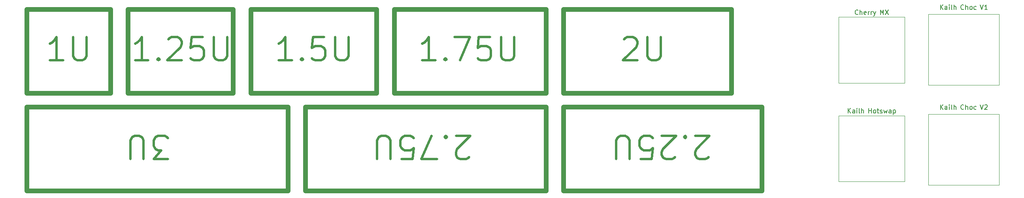
<source format=gto>
%TF.GenerationSoftware,KiCad,Pcbnew,7.0.0-da2b9df05c~171~ubuntu22.04.1*%
%TF.CreationDate,2023-03-08T14:52:38+00:00*%
%TF.ProjectId,keycap-ruler,6b657963-6170-42d7-9275-6c65722e6b69,rev?*%
%TF.SameCoordinates,Original*%
%TF.FileFunction,Legend,Top*%
%TF.FilePolarity,Positive*%
%FSLAX46Y46*%
G04 Gerber Fmt 4.6, Leading zero omitted, Abs format (unit mm)*
G04 Created by KiCad (PCBNEW 7.0.0-da2b9df05c~171~ubuntu22.04.1) date 2023-03-08 14:52:38*
%MOMM*%
%LPD*%
G01*
G04 APERTURE LIST*
%ADD10C,1.000000*%
%ADD11C,0.500000*%
%ADD12C,0.150000*%
%ADD13C,0.120000*%
%ADD14C,1.750000*%
%ADD15C,3.050000*%
%ADD16C,4.000000*%
%ADD17C,1.650000*%
%ADD18C,1.250000*%
%ADD19C,5.050000*%
%ADD20C,1.900000*%
%ADD21C,3.450000*%
%ADD22C,1.550000*%
G04 APERTURE END LIST*
D10*
X104000000Y-84000000D02*
X155500000Y-84000000D01*
X155500000Y-84000000D02*
X155500000Y-102000000D01*
X155500000Y-102000000D02*
X104000000Y-102000000D01*
X104000000Y-102000000D02*
X104000000Y-84000000D01*
X159250000Y-63000000D02*
X195250000Y-63000000D01*
X195250000Y-63000000D02*
X195250000Y-81000000D01*
X195250000Y-81000000D02*
X159250000Y-81000000D01*
X159250000Y-81000000D02*
X159250000Y-63000000D01*
X66000000Y-63000000D02*
X88500000Y-63000000D01*
X88500000Y-63000000D02*
X88500000Y-81000000D01*
X88500000Y-81000000D02*
X66000000Y-81000000D01*
X66000000Y-81000000D02*
X66000000Y-63000000D01*
X44250000Y-63000000D02*
X62250000Y-63000000D01*
X62250000Y-63000000D02*
X62250000Y-81000000D01*
X62250000Y-81000000D02*
X44250000Y-81000000D01*
X44250000Y-81000000D02*
X44250000Y-63000000D01*
X159250000Y-84000000D02*
X201750000Y-84000000D01*
X201750000Y-84000000D02*
X201750000Y-102000000D01*
X201750000Y-102000000D02*
X159250000Y-102000000D01*
X159250000Y-102000000D02*
X159250000Y-84000000D01*
X92250000Y-63000000D02*
X119250000Y-63000000D01*
X119250000Y-63000000D02*
X119250000Y-81000000D01*
X119250000Y-81000000D02*
X92250000Y-81000000D01*
X92250000Y-81000000D02*
X92250000Y-63000000D01*
X44250000Y-84000000D02*
X100250000Y-84000000D01*
X100250000Y-84000000D02*
X100250000Y-102000000D01*
X100250000Y-102000000D02*
X44250000Y-102000000D01*
X44250000Y-102000000D02*
X44250000Y-84000000D01*
X123000000Y-63000000D02*
X155500000Y-63000000D01*
X155500000Y-63000000D02*
X155500000Y-81000000D01*
X155500000Y-81000000D02*
X123000000Y-81000000D01*
X123000000Y-81000000D02*
X123000000Y-63000000D01*
D11*
X101059523Y-73911904D02*
X98202380Y-73911904D01*
X99630952Y-73911904D02*
X99630952Y-68911904D01*
X99630952Y-68911904D02*
X99154761Y-69626190D01*
X99154761Y-69626190D02*
X98678571Y-70102380D01*
X98678571Y-70102380D02*
X98202380Y-70340476D01*
X103202381Y-73435714D02*
X103440476Y-73673809D01*
X103440476Y-73673809D02*
X103202381Y-73911904D01*
X103202381Y-73911904D02*
X102964285Y-73673809D01*
X102964285Y-73673809D02*
X103202381Y-73435714D01*
X103202381Y-73435714D02*
X103202381Y-73911904D01*
X107964285Y-68911904D02*
X105583333Y-68911904D01*
X105583333Y-68911904D02*
X105345237Y-71292857D01*
X105345237Y-71292857D02*
X105583333Y-71054761D01*
X105583333Y-71054761D02*
X106059523Y-70816666D01*
X106059523Y-70816666D02*
X107249999Y-70816666D01*
X107249999Y-70816666D02*
X107726190Y-71054761D01*
X107726190Y-71054761D02*
X107964285Y-71292857D01*
X107964285Y-71292857D02*
X108202380Y-71769047D01*
X108202380Y-71769047D02*
X108202380Y-72959523D01*
X108202380Y-72959523D02*
X107964285Y-73435714D01*
X107964285Y-73435714D02*
X107726190Y-73673809D01*
X107726190Y-73673809D02*
X107249999Y-73911904D01*
X107249999Y-73911904D02*
X106059523Y-73911904D01*
X106059523Y-73911904D02*
X105583333Y-73673809D01*
X105583333Y-73673809D02*
X105345237Y-73435714D01*
X110345238Y-68911904D02*
X110345238Y-72959523D01*
X110345238Y-72959523D02*
X110583333Y-73435714D01*
X110583333Y-73435714D02*
X110821428Y-73673809D01*
X110821428Y-73673809D02*
X111297619Y-73911904D01*
X111297619Y-73911904D02*
X112250000Y-73911904D01*
X112250000Y-73911904D02*
X112726190Y-73673809D01*
X112726190Y-73673809D02*
X112964285Y-73435714D01*
X112964285Y-73435714D02*
X113202381Y-72959523D01*
X113202381Y-72959523D02*
X113202381Y-68911904D01*
X131809523Y-73911904D02*
X128952380Y-73911904D01*
X130380952Y-73911904D02*
X130380952Y-68911904D01*
X130380952Y-68911904D02*
X129904761Y-69626190D01*
X129904761Y-69626190D02*
X129428571Y-70102380D01*
X129428571Y-70102380D02*
X128952380Y-70340476D01*
X133952381Y-73435714D02*
X134190476Y-73673809D01*
X134190476Y-73673809D02*
X133952381Y-73911904D01*
X133952381Y-73911904D02*
X133714285Y-73673809D01*
X133714285Y-73673809D02*
X133952381Y-73435714D01*
X133952381Y-73435714D02*
X133952381Y-73911904D01*
X135857142Y-68911904D02*
X139190476Y-68911904D01*
X139190476Y-68911904D02*
X137047618Y-73911904D01*
X143476190Y-68911904D02*
X141095238Y-68911904D01*
X141095238Y-68911904D02*
X140857142Y-71292857D01*
X140857142Y-71292857D02*
X141095238Y-71054761D01*
X141095238Y-71054761D02*
X141571428Y-70816666D01*
X141571428Y-70816666D02*
X142761904Y-70816666D01*
X142761904Y-70816666D02*
X143238095Y-71054761D01*
X143238095Y-71054761D02*
X143476190Y-71292857D01*
X143476190Y-71292857D02*
X143714285Y-71769047D01*
X143714285Y-71769047D02*
X143714285Y-72959523D01*
X143714285Y-72959523D02*
X143476190Y-73435714D01*
X143476190Y-73435714D02*
X143238095Y-73673809D01*
X143238095Y-73673809D02*
X142761904Y-73911904D01*
X142761904Y-73911904D02*
X141571428Y-73911904D01*
X141571428Y-73911904D02*
X141095238Y-73673809D01*
X141095238Y-73673809D02*
X140857142Y-73435714D01*
X145857143Y-68911904D02*
X145857143Y-72959523D01*
X145857143Y-72959523D02*
X146095238Y-73435714D01*
X146095238Y-73435714D02*
X146333333Y-73673809D01*
X146333333Y-73673809D02*
X146809524Y-73911904D01*
X146809524Y-73911904D02*
X147761905Y-73911904D01*
X147761905Y-73911904D02*
X148238095Y-73673809D01*
X148238095Y-73673809D02*
X148476190Y-73435714D01*
X148476190Y-73435714D02*
X148714286Y-72959523D01*
X148714286Y-72959523D02*
X148714286Y-68911904D01*
X52059523Y-73911904D02*
X49202380Y-73911904D01*
X50630952Y-73911904D02*
X50630952Y-68911904D01*
X50630952Y-68911904D02*
X50154761Y-69626190D01*
X50154761Y-69626190D02*
X49678571Y-70102380D01*
X49678571Y-70102380D02*
X49202380Y-70340476D01*
X54202381Y-68911904D02*
X54202381Y-72959523D01*
X54202381Y-72959523D02*
X54440476Y-73435714D01*
X54440476Y-73435714D02*
X54678571Y-73673809D01*
X54678571Y-73673809D02*
X55154762Y-73911904D01*
X55154762Y-73911904D02*
X56107143Y-73911904D01*
X56107143Y-73911904D02*
X56583333Y-73673809D01*
X56583333Y-73673809D02*
X56821428Y-73435714D01*
X56821428Y-73435714D02*
X57059524Y-72959523D01*
X57059524Y-72959523D02*
X57059524Y-68911904D01*
X172202380Y-69388095D02*
X172440476Y-69150000D01*
X172440476Y-69150000D02*
X172916666Y-68911904D01*
X172916666Y-68911904D02*
X174107142Y-68911904D01*
X174107142Y-68911904D02*
X174583333Y-69150000D01*
X174583333Y-69150000D02*
X174821428Y-69388095D01*
X174821428Y-69388095D02*
X175059523Y-69864285D01*
X175059523Y-69864285D02*
X175059523Y-70340476D01*
X175059523Y-70340476D02*
X174821428Y-71054761D01*
X174821428Y-71054761D02*
X171964285Y-73911904D01*
X171964285Y-73911904D02*
X175059523Y-73911904D01*
X177202381Y-68911904D02*
X177202381Y-72959523D01*
X177202381Y-72959523D02*
X177440476Y-73435714D01*
X177440476Y-73435714D02*
X177678571Y-73673809D01*
X177678571Y-73673809D02*
X178154762Y-73911904D01*
X178154762Y-73911904D02*
X179107143Y-73911904D01*
X179107143Y-73911904D02*
X179583333Y-73673809D01*
X179583333Y-73673809D02*
X179821428Y-73435714D01*
X179821428Y-73435714D02*
X180059524Y-72959523D01*
X180059524Y-72959523D02*
X180059524Y-68911904D01*
X190297619Y-94686904D02*
X190059523Y-94925000D01*
X190059523Y-94925000D02*
X189583333Y-95163095D01*
X189583333Y-95163095D02*
X188392857Y-95163095D01*
X188392857Y-95163095D02*
X187916666Y-94925000D01*
X187916666Y-94925000D02*
X187678571Y-94686904D01*
X187678571Y-94686904D02*
X187440476Y-94210714D01*
X187440476Y-94210714D02*
X187440476Y-93734523D01*
X187440476Y-93734523D02*
X187678571Y-93020238D01*
X187678571Y-93020238D02*
X190535714Y-90163095D01*
X190535714Y-90163095D02*
X187440476Y-90163095D01*
X185297618Y-90639285D02*
X185059523Y-90401190D01*
X185059523Y-90401190D02*
X185297618Y-90163095D01*
X185297618Y-90163095D02*
X185535714Y-90401190D01*
X185535714Y-90401190D02*
X185297618Y-90639285D01*
X185297618Y-90639285D02*
X185297618Y-90163095D01*
X183154762Y-94686904D02*
X182916666Y-94925000D01*
X182916666Y-94925000D02*
X182440476Y-95163095D01*
X182440476Y-95163095D02*
X181250000Y-95163095D01*
X181250000Y-95163095D02*
X180773809Y-94925000D01*
X180773809Y-94925000D02*
X180535714Y-94686904D01*
X180535714Y-94686904D02*
X180297619Y-94210714D01*
X180297619Y-94210714D02*
X180297619Y-93734523D01*
X180297619Y-93734523D02*
X180535714Y-93020238D01*
X180535714Y-93020238D02*
X183392857Y-90163095D01*
X183392857Y-90163095D02*
X180297619Y-90163095D01*
X175773809Y-95163095D02*
X178154761Y-95163095D01*
X178154761Y-95163095D02*
X178392857Y-92782142D01*
X178392857Y-92782142D02*
X178154761Y-93020238D01*
X178154761Y-93020238D02*
X177678571Y-93258333D01*
X177678571Y-93258333D02*
X176488095Y-93258333D01*
X176488095Y-93258333D02*
X176011904Y-93020238D01*
X176011904Y-93020238D02*
X175773809Y-92782142D01*
X175773809Y-92782142D02*
X175535714Y-92305952D01*
X175535714Y-92305952D02*
X175535714Y-91115476D01*
X175535714Y-91115476D02*
X175773809Y-90639285D01*
X175773809Y-90639285D02*
X176011904Y-90401190D01*
X176011904Y-90401190D02*
X176488095Y-90163095D01*
X176488095Y-90163095D02*
X177678571Y-90163095D01*
X177678571Y-90163095D02*
X178154761Y-90401190D01*
X178154761Y-90401190D02*
X178392857Y-90639285D01*
X173392856Y-95163095D02*
X173392856Y-91115476D01*
X173392856Y-91115476D02*
X173154761Y-90639285D01*
X173154761Y-90639285D02*
X172916666Y-90401190D01*
X172916666Y-90401190D02*
X172440475Y-90163095D01*
X172440475Y-90163095D02*
X171488094Y-90163095D01*
X171488094Y-90163095D02*
X171011904Y-90401190D01*
X171011904Y-90401190D02*
X170773809Y-90639285D01*
X170773809Y-90639285D02*
X170535713Y-91115476D01*
X170535713Y-91115476D02*
X170535713Y-95163095D01*
X139047619Y-94686904D02*
X138809523Y-94925000D01*
X138809523Y-94925000D02*
X138333333Y-95163095D01*
X138333333Y-95163095D02*
X137142857Y-95163095D01*
X137142857Y-95163095D02*
X136666666Y-94925000D01*
X136666666Y-94925000D02*
X136428571Y-94686904D01*
X136428571Y-94686904D02*
X136190476Y-94210714D01*
X136190476Y-94210714D02*
X136190476Y-93734523D01*
X136190476Y-93734523D02*
X136428571Y-93020238D01*
X136428571Y-93020238D02*
X139285714Y-90163095D01*
X139285714Y-90163095D02*
X136190476Y-90163095D01*
X134047618Y-90639285D02*
X133809523Y-90401190D01*
X133809523Y-90401190D02*
X134047618Y-90163095D01*
X134047618Y-90163095D02*
X134285714Y-90401190D01*
X134285714Y-90401190D02*
X134047618Y-90639285D01*
X134047618Y-90639285D02*
X134047618Y-90163095D01*
X132142857Y-95163095D02*
X128809523Y-95163095D01*
X128809523Y-95163095D02*
X130952381Y-90163095D01*
X124523809Y-95163095D02*
X126904761Y-95163095D01*
X126904761Y-95163095D02*
X127142857Y-92782142D01*
X127142857Y-92782142D02*
X126904761Y-93020238D01*
X126904761Y-93020238D02*
X126428571Y-93258333D01*
X126428571Y-93258333D02*
X125238095Y-93258333D01*
X125238095Y-93258333D02*
X124761904Y-93020238D01*
X124761904Y-93020238D02*
X124523809Y-92782142D01*
X124523809Y-92782142D02*
X124285714Y-92305952D01*
X124285714Y-92305952D02*
X124285714Y-91115476D01*
X124285714Y-91115476D02*
X124523809Y-90639285D01*
X124523809Y-90639285D02*
X124761904Y-90401190D01*
X124761904Y-90401190D02*
X125238095Y-90163095D01*
X125238095Y-90163095D02*
X126428571Y-90163095D01*
X126428571Y-90163095D02*
X126904761Y-90401190D01*
X126904761Y-90401190D02*
X127142857Y-90639285D01*
X122142856Y-95163095D02*
X122142856Y-91115476D01*
X122142856Y-91115476D02*
X121904761Y-90639285D01*
X121904761Y-90639285D02*
X121666666Y-90401190D01*
X121666666Y-90401190D02*
X121190475Y-90163095D01*
X121190475Y-90163095D02*
X120238094Y-90163095D01*
X120238094Y-90163095D02*
X119761904Y-90401190D01*
X119761904Y-90401190D02*
X119523809Y-90639285D01*
X119523809Y-90639285D02*
X119285713Y-91115476D01*
X119285713Y-91115476D02*
X119285713Y-95163095D01*
X74535714Y-95163095D02*
X71440476Y-95163095D01*
X71440476Y-95163095D02*
X73107142Y-93258333D01*
X73107142Y-93258333D02*
X72392857Y-93258333D01*
X72392857Y-93258333D02*
X71916666Y-93020238D01*
X71916666Y-93020238D02*
X71678571Y-92782142D01*
X71678571Y-92782142D02*
X71440476Y-92305952D01*
X71440476Y-92305952D02*
X71440476Y-91115476D01*
X71440476Y-91115476D02*
X71678571Y-90639285D01*
X71678571Y-90639285D02*
X71916666Y-90401190D01*
X71916666Y-90401190D02*
X72392857Y-90163095D01*
X72392857Y-90163095D02*
X73821428Y-90163095D01*
X73821428Y-90163095D02*
X74297619Y-90401190D01*
X74297619Y-90401190D02*
X74535714Y-90639285D01*
X69297618Y-95163095D02*
X69297618Y-91115476D01*
X69297618Y-91115476D02*
X69059523Y-90639285D01*
X69059523Y-90639285D02*
X68821428Y-90401190D01*
X68821428Y-90401190D02*
X68345237Y-90163095D01*
X68345237Y-90163095D02*
X67392856Y-90163095D01*
X67392856Y-90163095D02*
X66916666Y-90401190D01*
X66916666Y-90401190D02*
X66678571Y-90639285D01*
X66678571Y-90639285D02*
X66440475Y-91115476D01*
X66440475Y-91115476D02*
X66440475Y-95163095D01*
X70309523Y-73911904D02*
X67452380Y-73911904D01*
X68880952Y-73911904D02*
X68880952Y-68911904D01*
X68880952Y-68911904D02*
X68404761Y-69626190D01*
X68404761Y-69626190D02*
X67928571Y-70102380D01*
X67928571Y-70102380D02*
X67452380Y-70340476D01*
X72452381Y-73435714D02*
X72690476Y-73673809D01*
X72690476Y-73673809D02*
X72452381Y-73911904D01*
X72452381Y-73911904D02*
X72214285Y-73673809D01*
X72214285Y-73673809D02*
X72452381Y-73435714D01*
X72452381Y-73435714D02*
X72452381Y-73911904D01*
X74595237Y-69388095D02*
X74833333Y-69150000D01*
X74833333Y-69150000D02*
X75309523Y-68911904D01*
X75309523Y-68911904D02*
X76499999Y-68911904D01*
X76499999Y-68911904D02*
X76976190Y-69150000D01*
X76976190Y-69150000D02*
X77214285Y-69388095D01*
X77214285Y-69388095D02*
X77452380Y-69864285D01*
X77452380Y-69864285D02*
X77452380Y-70340476D01*
X77452380Y-70340476D02*
X77214285Y-71054761D01*
X77214285Y-71054761D02*
X74357142Y-73911904D01*
X74357142Y-73911904D02*
X77452380Y-73911904D01*
X81976190Y-68911904D02*
X79595238Y-68911904D01*
X79595238Y-68911904D02*
X79357142Y-71292857D01*
X79357142Y-71292857D02*
X79595238Y-71054761D01*
X79595238Y-71054761D02*
X80071428Y-70816666D01*
X80071428Y-70816666D02*
X81261904Y-70816666D01*
X81261904Y-70816666D02*
X81738095Y-71054761D01*
X81738095Y-71054761D02*
X81976190Y-71292857D01*
X81976190Y-71292857D02*
X82214285Y-71769047D01*
X82214285Y-71769047D02*
X82214285Y-72959523D01*
X82214285Y-72959523D02*
X81976190Y-73435714D01*
X81976190Y-73435714D02*
X81738095Y-73673809D01*
X81738095Y-73673809D02*
X81261904Y-73911904D01*
X81261904Y-73911904D02*
X80071428Y-73911904D01*
X80071428Y-73911904D02*
X79595238Y-73673809D01*
X79595238Y-73673809D02*
X79357142Y-73435714D01*
X84357143Y-68911904D02*
X84357143Y-72959523D01*
X84357143Y-72959523D02*
X84595238Y-73435714D01*
X84595238Y-73435714D02*
X84833333Y-73673809D01*
X84833333Y-73673809D02*
X85309524Y-73911904D01*
X85309524Y-73911904D02*
X86261905Y-73911904D01*
X86261905Y-73911904D02*
X86738095Y-73673809D01*
X86738095Y-73673809D02*
X86976190Y-73435714D01*
X86976190Y-73435714D02*
X87214286Y-72959523D01*
X87214286Y-72959523D02*
X87214286Y-68911904D01*
D12*
X220196095Y-85247380D02*
X220196095Y-84247380D01*
X220767523Y-85247380D02*
X220338952Y-84675952D01*
X220767523Y-84247380D02*
X220196095Y-84818809D01*
X221624666Y-85247380D02*
X221624666Y-84723571D01*
X221624666Y-84723571D02*
X221577047Y-84628333D01*
X221577047Y-84628333D02*
X221481809Y-84580714D01*
X221481809Y-84580714D02*
X221291333Y-84580714D01*
X221291333Y-84580714D02*
X221196095Y-84628333D01*
X221624666Y-85199761D02*
X221529428Y-85247380D01*
X221529428Y-85247380D02*
X221291333Y-85247380D01*
X221291333Y-85247380D02*
X221196095Y-85199761D01*
X221196095Y-85199761D02*
X221148476Y-85104523D01*
X221148476Y-85104523D02*
X221148476Y-85009285D01*
X221148476Y-85009285D02*
X221196095Y-84914047D01*
X221196095Y-84914047D02*
X221291333Y-84866428D01*
X221291333Y-84866428D02*
X221529428Y-84866428D01*
X221529428Y-84866428D02*
X221624666Y-84818809D01*
X222100857Y-85247380D02*
X222100857Y-84580714D01*
X222100857Y-84247380D02*
X222053238Y-84295000D01*
X222053238Y-84295000D02*
X222100857Y-84342619D01*
X222100857Y-84342619D02*
X222148476Y-84295000D01*
X222148476Y-84295000D02*
X222100857Y-84247380D01*
X222100857Y-84247380D02*
X222100857Y-84342619D01*
X222719904Y-85247380D02*
X222624666Y-85199761D01*
X222624666Y-85199761D02*
X222577047Y-85104523D01*
X222577047Y-85104523D02*
X222577047Y-84247380D01*
X223100857Y-85247380D02*
X223100857Y-84247380D01*
X223529428Y-85247380D02*
X223529428Y-84723571D01*
X223529428Y-84723571D02*
X223481809Y-84628333D01*
X223481809Y-84628333D02*
X223386571Y-84580714D01*
X223386571Y-84580714D02*
X223243714Y-84580714D01*
X223243714Y-84580714D02*
X223148476Y-84628333D01*
X223148476Y-84628333D02*
X223100857Y-84675952D01*
X224605619Y-85247380D02*
X224605619Y-84247380D01*
X224605619Y-84723571D02*
X225177047Y-84723571D01*
X225177047Y-85247380D02*
X225177047Y-84247380D01*
X225796095Y-85247380D02*
X225700857Y-85199761D01*
X225700857Y-85199761D02*
X225653238Y-85152142D01*
X225653238Y-85152142D02*
X225605619Y-85056904D01*
X225605619Y-85056904D02*
X225605619Y-84771190D01*
X225605619Y-84771190D02*
X225653238Y-84675952D01*
X225653238Y-84675952D02*
X225700857Y-84628333D01*
X225700857Y-84628333D02*
X225796095Y-84580714D01*
X225796095Y-84580714D02*
X225938952Y-84580714D01*
X225938952Y-84580714D02*
X226034190Y-84628333D01*
X226034190Y-84628333D02*
X226081809Y-84675952D01*
X226081809Y-84675952D02*
X226129428Y-84771190D01*
X226129428Y-84771190D02*
X226129428Y-85056904D01*
X226129428Y-85056904D02*
X226081809Y-85152142D01*
X226081809Y-85152142D02*
X226034190Y-85199761D01*
X226034190Y-85199761D02*
X225938952Y-85247380D01*
X225938952Y-85247380D02*
X225796095Y-85247380D01*
X226415143Y-84580714D02*
X226796095Y-84580714D01*
X226558000Y-84247380D02*
X226558000Y-85104523D01*
X226558000Y-85104523D02*
X226605619Y-85199761D01*
X226605619Y-85199761D02*
X226700857Y-85247380D01*
X226700857Y-85247380D02*
X226796095Y-85247380D01*
X227081810Y-85199761D02*
X227177048Y-85247380D01*
X227177048Y-85247380D02*
X227367524Y-85247380D01*
X227367524Y-85247380D02*
X227462762Y-85199761D01*
X227462762Y-85199761D02*
X227510381Y-85104523D01*
X227510381Y-85104523D02*
X227510381Y-85056904D01*
X227510381Y-85056904D02*
X227462762Y-84961666D01*
X227462762Y-84961666D02*
X227367524Y-84914047D01*
X227367524Y-84914047D02*
X227224667Y-84914047D01*
X227224667Y-84914047D02*
X227129429Y-84866428D01*
X227129429Y-84866428D02*
X227081810Y-84771190D01*
X227081810Y-84771190D02*
X227081810Y-84723571D01*
X227081810Y-84723571D02*
X227129429Y-84628333D01*
X227129429Y-84628333D02*
X227224667Y-84580714D01*
X227224667Y-84580714D02*
X227367524Y-84580714D01*
X227367524Y-84580714D02*
X227462762Y-84628333D01*
X227843715Y-84580714D02*
X228034191Y-85247380D01*
X228034191Y-85247380D02*
X228224667Y-84771190D01*
X228224667Y-84771190D02*
X228415143Y-85247380D01*
X228415143Y-85247380D02*
X228605619Y-84580714D01*
X229415143Y-85247380D02*
X229415143Y-84723571D01*
X229415143Y-84723571D02*
X229367524Y-84628333D01*
X229367524Y-84628333D02*
X229272286Y-84580714D01*
X229272286Y-84580714D02*
X229081810Y-84580714D01*
X229081810Y-84580714D02*
X228986572Y-84628333D01*
X229415143Y-85199761D02*
X229319905Y-85247380D01*
X229319905Y-85247380D02*
X229081810Y-85247380D01*
X229081810Y-85247380D02*
X228986572Y-85199761D01*
X228986572Y-85199761D02*
X228938953Y-85104523D01*
X228938953Y-85104523D02*
X228938953Y-85009285D01*
X228938953Y-85009285D02*
X228986572Y-84914047D01*
X228986572Y-84914047D02*
X229081810Y-84866428D01*
X229081810Y-84866428D02*
X229319905Y-84866428D01*
X229319905Y-84866428D02*
X229415143Y-84818809D01*
X229891334Y-84580714D02*
X229891334Y-85580714D01*
X229891334Y-84628333D02*
X229986572Y-84580714D01*
X229986572Y-84580714D02*
X230177048Y-84580714D01*
X230177048Y-84580714D02*
X230272286Y-84628333D01*
X230272286Y-84628333D02*
X230319905Y-84675952D01*
X230319905Y-84675952D02*
X230367524Y-84771190D01*
X230367524Y-84771190D02*
X230367524Y-85056904D01*
X230367524Y-85056904D02*
X230319905Y-85152142D01*
X230319905Y-85152142D02*
X230272286Y-85199761D01*
X230272286Y-85199761D02*
X230177048Y-85247380D01*
X230177048Y-85247380D02*
X229986572Y-85247380D01*
X229986572Y-85247380D02*
X229891334Y-85199761D01*
X239995238Y-84467380D02*
X239995238Y-83467380D01*
X240566666Y-84467380D02*
X240138095Y-83895952D01*
X240566666Y-83467380D02*
X239995238Y-84038809D01*
X241423809Y-84467380D02*
X241423809Y-83943571D01*
X241423809Y-83943571D02*
X241376190Y-83848333D01*
X241376190Y-83848333D02*
X241280952Y-83800714D01*
X241280952Y-83800714D02*
X241090476Y-83800714D01*
X241090476Y-83800714D02*
X240995238Y-83848333D01*
X241423809Y-84419761D02*
X241328571Y-84467380D01*
X241328571Y-84467380D02*
X241090476Y-84467380D01*
X241090476Y-84467380D02*
X240995238Y-84419761D01*
X240995238Y-84419761D02*
X240947619Y-84324523D01*
X240947619Y-84324523D02*
X240947619Y-84229285D01*
X240947619Y-84229285D02*
X240995238Y-84134047D01*
X240995238Y-84134047D02*
X241090476Y-84086428D01*
X241090476Y-84086428D02*
X241328571Y-84086428D01*
X241328571Y-84086428D02*
X241423809Y-84038809D01*
X241900000Y-84467380D02*
X241900000Y-83800714D01*
X241900000Y-83467380D02*
X241852381Y-83515000D01*
X241852381Y-83515000D02*
X241900000Y-83562619D01*
X241900000Y-83562619D02*
X241947619Y-83515000D01*
X241947619Y-83515000D02*
X241900000Y-83467380D01*
X241900000Y-83467380D02*
X241900000Y-83562619D01*
X242519047Y-84467380D02*
X242423809Y-84419761D01*
X242423809Y-84419761D02*
X242376190Y-84324523D01*
X242376190Y-84324523D02*
X242376190Y-83467380D01*
X242900000Y-84467380D02*
X242900000Y-83467380D01*
X243328571Y-84467380D02*
X243328571Y-83943571D01*
X243328571Y-83943571D02*
X243280952Y-83848333D01*
X243280952Y-83848333D02*
X243185714Y-83800714D01*
X243185714Y-83800714D02*
X243042857Y-83800714D01*
X243042857Y-83800714D02*
X242947619Y-83848333D01*
X242947619Y-83848333D02*
X242900000Y-83895952D01*
X244976190Y-84372142D02*
X244928571Y-84419761D01*
X244928571Y-84419761D02*
X244785714Y-84467380D01*
X244785714Y-84467380D02*
X244690476Y-84467380D01*
X244690476Y-84467380D02*
X244547619Y-84419761D01*
X244547619Y-84419761D02*
X244452381Y-84324523D01*
X244452381Y-84324523D02*
X244404762Y-84229285D01*
X244404762Y-84229285D02*
X244357143Y-84038809D01*
X244357143Y-84038809D02*
X244357143Y-83895952D01*
X244357143Y-83895952D02*
X244404762Y-83705476D01*
X244404762Y-83705476D02*
X244452381Y-83610238D01*
X244452381Y-83610238D02*
X244547619Y-83515000D01*
X244547619Y-83515000D02*
X244690476Y-83467380D01*
X244690476Y-83467380D02*
X244785714Y-83467380D01*
X244785714Y-83467380D02*
X244928571Y-83515000D01*
X244928571Y-83515000D02*
X244976190Y-83562619D01*
X245404762Y-84467380D02*
X245404762Y-83467380D01*
X245833333Y-84467380D02*
X245833333Y-83943571D01*
X245833333Y-83943571D02*
X245785714Y-83848333D01*
X245785714Y-83848333D02*
X245690476Y-83800714D01*
X245690476Y-83800714D02*
X245547619Y-83800714D01*
X245547619Y-83800714D02*
X245452381Y-83848333D01*
X245452381Y-83848333D02*
X245404762Y-83895952D01*
X246452381Y-84467380D02*
X246357143Y-84419761D01*
X246357143Y-84419761D02*
X246309524Y-84372142D01*
X246309524Y-84372142D02*
X246261905Y-84276904D01*
X246261905Y-84276904D02*
X246261905Y-83991190D01*
X246261905Y-83991190D02*
X246309524Y-83895952D01*
X246309524Y-83895952D02*
X246357143Y-83848333D01*
X246357143Y-83848333D02*
X246452381Y-83800714D01*
X246452381Y-83800714D02*
X246595238Y-83800714D01*
X246595238Y-83800714D02*
X246690476Y-83848333D01*
X246690476Y-83848333D02*
X246738095Y-83895952D01*
X246738095Y-83895952D02*
X246785714Y-83991190D01*
X246785714Y-83991190D02*
X246785714Y-84276904D01*
X246785714Y-84276904D02*
X246738095Y-84372142D01*
X246738095Y-84372142D02*
X246690476Y-84419761D01*
X246690476Y-84419761D02*
X246595238Y-84467380D01*
X246595238Y-84467380D02*
X246452381Y-84467380D01*
X247642857Y-84419761D02*
X247547619Y-84467380D01*
X247547619Y-84467380D02*
X247357143Y-84467380D01*
X247357143Y-84467380D02*
X247261905Y-84419761D01*
X247261905Y-84419761D02*
X247214286Y-84372142D01*
X247214286Y-84372142D02*
X247166667Y-84276904D01*
X247166667Y-84276904D02*
X247166667Y-83991190D01*
X247166667Y-83991190D02*
X247214286Y-83895952D01*
X247214286Y-83895952D02*
X247261905Y-83848333D01*
X247261905Y-83848333D02*
X247357143Y-83800714D01*
X247357143Y-83800714D02*
X247547619Y-83800714D01*
X247547619Y-83800714D02*
X247642857Y-83848333D01*
X248528572Y-83467380D02*
X248861905Y-84467380D01*
X248861905Y-84467380D02*
X249195238Y-83467380D01*
X249480953Y-83562619D02*
X249528572Y-83515000D01*
X249528572Y-83515000D02*
X249623810Y-83467380D01*
X249623810Y-83467380D02*
X249861905Y-83467380D01*
X249861905Y-83467380D02*
X249957143Y-83515000D01*
X249957143Y-83515000D02*
X250004762Y-83562619D01*
X250004762Y-83562619D02*
X250052381Y-83657857D01*
X250052381Y-83657857D02*
X250052381Y-83753095D01*
X250052381Y-83753095D02*
X250004762Y-83895952D01*
X250004762Y-83895952D02*
X249433334Y-84467380D01*
X249433334Y-84467380D02*
X250052381Y-84467380D01*
X239995238Y-62967380D02*
X239995238Y-61967380D01*
X240566666Y-62967380D02*
X240138095Y-62395952D01*
X240566666Y-61967380D02*
X239995238Y-62538809D01*
X241423809Y-62967380D02*
X241423809Y-62443571D01*
X241423809Y-62443571D02*
X241376190Y-62348333D01*
X241376190Y-62348333D02*
X241280952Y-62300714D01*
X241280952Y-62300714D02*
X241090476Y-62300714D01*
X241090476Y-62300714D02*
X240995238Y-62348333D01*
X241423809Y-62919761D02*
X241328571Y-62967380D01*
X241328571Y-62967380D02*
X241090476Y-62967380D01*
X241090476Y-62967380D02*
X240995238Y-62919761D01*
X240995238Y-62919761D02*
X240947619Y-62824523D01*
X240947619Y-62824523D02*
X240947619Y-62729285D01*
X240947619Y-62729285D02*
X240995238Y-62634047D01*
X240995238Y-62634047D02*
X241090476Y-62586428D01*
X241090476Y-62586428D02*
X241328571Y-62586428D01*
X241328571Y-62586428D02*
X241423809Y-62538809D01*
X241900000Y-62967380D02*
X241900000Y-62300714D01*
X241900000Y-61967380D02*
X241852381Y-62015000D01*
X241852381Y-62015000D02*
X241900000Y-62062619D01*
X241900000Y-62062619D02*
X241947619Y-62015000D01*
X241947619Y-62015000D02*
X241900000Y-61967380D01*
X241900000Y-61967380D02*
X241900000Y-62062619D01*
X242519047Y-62967380D02*
X242423809Y-62919761D01*
X242423809Y-62919761D02*
X242376190Y-62824523D01*
X242376190Y-62824523D02*
X242376190Y-61967380D01*
X242900000Y-62967380D02*
X242900000Y-61967380D01*
X243328571Y-62967380D02*
X243328571Y-62443571D01*
X243328571Y-62443571D02*
X243280952Y-62348333D01*
X243280952Y-62348333D02*
X243185714Y-62300714D01*
X243185714Y-62300714D02*
X243042857Y-62300714D01*
X243042857Y-62300714D02*
X242947619Y-62348333D01*
X242947619Y-62348333D02*
X242900000Y-62395952D01*
X244976190Y-62872142D02*
X244928571Y-62919761D01*
X244928571Y-62919761D02*
X244785714Y-62967380D01*
X244785714Y-62967380D02*
X244690476Y-62967380D01*
X244690476Y-62967380D02*
X244547619Y-62919761D01*
X244547619Y-62919761D02*
X244452381Y-62824523D01*
X244452381Y-62824523D02*
X244404762Y-62729285D01*
X244404762Y-62729285D02*
X244357143Y-62538809D01*
X244357143Y-62538809D02*
X244357143Y-62395952D01*
X244357143Y-62395952D02*
X244404762Y-62205476D01*
X244404762Y-62205476D02*
X244452381Y-62110238D01*
X244452381Y-62110238D02*
X244547619Y-62015000D01*
X244547619Y-62015000D02*
X244690476Y-61967380D01*
X244690476Y-61967380D02*
X244785714Y-61967380D01*
X244785714Y-61967380D02*
X244928571Y-62015000D01*
X244928571Y-62015000D02*
X244976190Y-62062619D01*
X245404762Y-62967380D02*
X245404762Y-61967380D01*
X245833333Y-62967380D02*
X245833333Y-62443571D01*
X245833333Y-62443571D02*
X245785714Y-62348333D01*
X245785714Y-62348333D02*
X245690476Y-62300714D01*
X245690476Y-62300714D02*
X245547619Y-62300714D01*
X245547619Y-62300714D02*
X245452381Y-62348333D01*
X245452381Y-62348333D02*
X245404762Y-62395952D01*
X246452381Y-62967380D02*
X246357143Y-62919761D01*
X246357143Y-62919761D02*
X246309524Y-62872142D01*
X246309524Y-62872142D02*
X246261905Y-62776904D01*
X246261905Y-62776904D02*
X246261905Y-62491190D01*
X246261905Y-62491190D02*
X246309524Y-62395952D01*
X246309524Y-62395952D02*
X246357143Y-62348333D01*
X246357143Y-62348333D02*
X246452381Y-62300714D01*
X246452381Y-62300714D02*
X246595238Y-62300714D01*
X246595238Y-62300714D02*
X246690476Y-62348333D01*
X246690476Y-62348333D02*
X246738095Y-62395952D01*
X246738095Y-62395952D02*
X246785714Y-62491190D01*
X246785714Y-62491190D02*
X246785714Y-62776904D01*
X246785714Y-62776904D02*
X246738095Y-62872142D01*
X246738095Y-62872142D02*
X246690476Y-62919761D01*
X246690476Y-62919761D02*
X246595238Y-62967380D01*
X246595238Y-62967380D02*
X246452381Y-62967380D01*
X247642857Y-62919761D02*
X247547619Y-62967380D01*
X247547619Y-62967380D02*
X247357143Y-62967380D01*
X247357143Y-62967380D02*
X247261905Y-62919761D01*
X247261905Y-62919761D02*
X247214286Y-62872142D01*
X247214286Y-62872142D02*
X247166667Y-62776904D01*
X247166667Y-62776904D02*
X247166667Y-62491190D01*
X247166667Y-62491190D02*
X247214286Y-62395952D01*
X247214286Y-62395952D02*
X247261905Y-62348333D01*
X247261905Y-62348333D02*
X247357143Y-62300714D01*
X247357143Y-62300714D02*
X247547619Y-62300714D01*
X247547619Y-62300714D02*
X247642857Y-62348333D01*
X248528572Y-61967380D02*
X248861905Y-62967380D01*
X248861905Y-62967380D02*
X249195238Y-61967380D01*
X250052381Y-62967380D02*
X249480953Y-62967380D01*
X249766667Y-62967380D02*
X249766667Y-61967380D01*
X249766667Y-61967380D02*
X249671429Y-62110238D01*
X249671429Y-62110238D02*
X249576191Y-62205476D01*
X249576191Y-62205476D02*
X249480953Y-62253095D01*
X222340951Y-63952142D02*
X222293332Y-63999761D01*
X222293332Y-63999761D02*
X222150475Y-64047380D01*
X222150475Y-64047380D02*
X222055237Y-64047380D01*
X222055237Y-64047380D02*
X221912380Y-63999761D01*
X221912380Y-63999761D02*
X221817142Y-63904523D01*
X221817142Y-63904523D02*
X221769523Y-63809285D01*
X221769523Y-63809285D02*
X221721904Y-63618809D01*
X221721904Y-63618809D02*
X221721904Y-63475952D01*
X221721904Y-63475952D02*
X221769523Y-63285476D01*
X221769523Y-63285476D02*
X221817142Y-63190238D01*
X221817142Y-63190238D02*
X221912380Y-63095000D01*
X221912380Y-63095000D02*
X222055237Y-63047380D01*
X222055237Y-63047380D02*
X222150475Y-63047380D01*
X222150475Y-63047380D02*
X222293332Y-63095000D01*
X222293332Y-63095000D02*
X222340951Y-63142619D01*
X222769523Y-64047380D02*
X222769523Y-63047380D01*
X223198094Y-64047380D02*
X223198094Y-63523571D01*
X223198094Y-63523571D02*
X223150475Y-63428333D01*
X223150475Y-63428333D02*
X223055237Y-63380714D01*
X223055237Y-63380714D02*
X222912380Y-63380714D01*
X222912380Y-63380714D02*
X222817142Y-63428333D01*
X222817142Y-63428333D02*
X222769523Y-63475952D01*
X224055237Y-63999761D02*
X223959999Y-64047380D01*
X223959999Y-64047380D02*
X223769523Y-64047380D01*
X223769523Y-64047380D02*
X223674285Y-63999761D01*
X223674285Y-63999761D02*
X223626666Y-63904523D01*
X223626666Y-63904523D02*
X223626666Y-63523571D01*
X223626666Y-63523571D02*
X223674285Y-63428333D01*
X223674285Y-63428333D02*
X223769523Y-63380714D01*
X223769523Y-63380714D02*
X223959999Y-63380714D01*
X223959999Y-63380714D02*
X224055237Y-63428333D01*
X224055237Y-63428333D02*
X224102856Y-63523571D01*
X224102856Y-63523571D02*
X224102856Y-63618809D01*
X224102856Y-63618809D02*
X223626666Y-63714047D01*
X224531428Y-64047380D02*
X224531428Y-63380714D01*
X224531428Y-63571190D02*
X224579047Y-63475952D01*
X224579047Y-63475952D02*
X224626666Y-63428333D01*
X224626666Y-63428333D02*
X224721904Y-63380714D01*
X224721904Y-63380714D02*
X224817142Y-63380714D01*
X225150476Y-64047380D02*
X225150476Y-63380714D01*
X225150476Y-63571190D02*
X225198095Y-63475952D01*
X225198095Y-63475952D02*
X225245714Y-63428333D01*
X225245714Y-63428333D02*
X225340952Y-63380714D01*
X225340952Y-63380714D02*
X225436190Y-63380714D01*
X225674286Y-63380714D02*
X225912381Y-64047380D01*
X226150476Y-63380714D02*
X225912381Y-64047380D01*
X225912381Y-64047380D02*
X225817143Y-64285476D01*
X225817143Y-64285476D02*
X225769524Y-64333095D01*
X225769524Y-64333095D02*
X225674286Y-64380714D01*
X227131429Y-64047380D02*
X227131429Y-63047380D01*
X227131429Y-63047380D02*
X227464762Y-63761666D01*
X227464762Y-63761666D02*
X227798095Y-63047380D01*
X227798095Y-63047380D02*
X227798095Y-64047380D01*
X228179048Y-63047380D02*
X228845714Y-64047380D01*
X228845714Y-63047380D02*
X228179048Y-64047380D01*
D13*
X218158000Y-85780000D02*
X218158000Y-99980000D01*
X218158000Y-99980000D02*
X232358000Y-99980000D01*
X232358000Y-85780000D02*
X218158000Y-85780000D01*
X232358000Y-99980000D02*
X232358000Y-85780000D01*
X237400000Y-85500000D02*
X237400000Y-100700000D01*
X237400000Y-100700000D02*
X252600000Y-100700000D01*
X252600000Y-85500000D02*
X237400000Y-85500000D01*
X252600000Y-100700000D02*
X252600000Y-85500000D01*
X237400000Y-64000000D02*
X237400000Y-79200000D01*
X237400000Y-79200000D02*
X252600000Y-79200000D01*
X252600000Y-64000000D02*
X237400000Y-64000000D01*
X252600000Y-79200000D02*
X252600000Y-64000000D01*
X218160000Y-64580000D02*
X218160000Y-78780000D01*
X218160000Y-78780000D02*
X232360000Y-78780000D01*
X232360000Y-64580000D02*
X218160000Y-64580000D01*
X232360000Y-78780000D02*
X232360000Y-64580000D01*
%LPC*%
D14*
X220178000Y-92880000D03*
D15*
X221448000Y-90340000D03*
D16*
X225258000Y-92880000D03*
D15*
X227798000Y-87800000D03*
D14*
X230338000Y-92880000D03*
D17*
X240000000Y-98250000D03*
D18*
X245000000Y-87200000D03*
D19*
X245000000Y-93100000D03*
D18*
X250000000Y-89300000D03*
D20*
X239500000Y-71600000D03*
D18*
X245000000Y-65700000D03*
D21*
X245000000Y-71600000D03*
D18*
X250000000Y-67800000D03*
D20*
X250500000Y-71600000D03*
D14*
X220180000Y-71680000D03*
D22*
X221450000Y-69140000D03*
D16*
X225260000Y-71680000D03*
D22*
X227800000Y-66600000D03*
D14*
X230340000Y-71680000D03*
M02*

</source>
